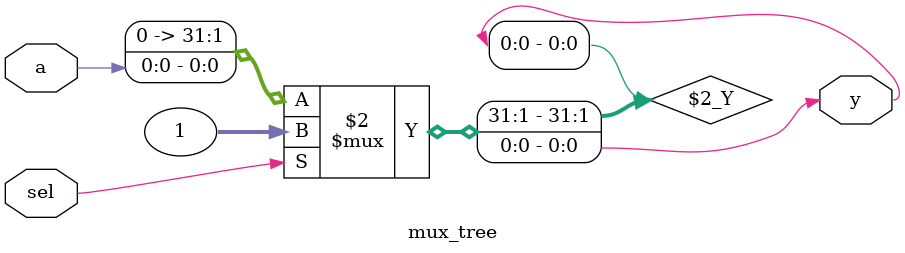
<source format=v>
module mux_tree(
    input wire sel,
    input wire a,
    output wire y
);
    assign y = sel ? 1 : a;
endmodule
</source>
